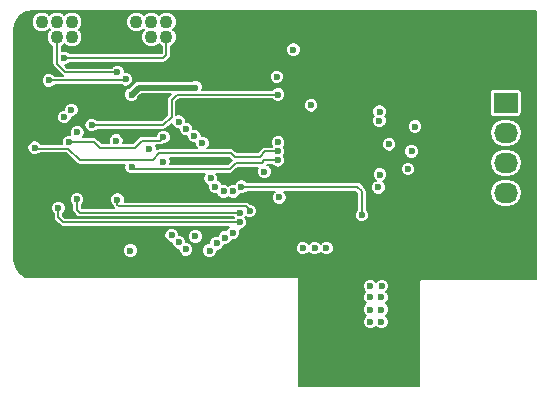
<source format=gbr>
G04 #@! TF.FileFunction,Copper,L3,Inr,Signal*
%FSLAX46Y46*%
G04 Gerber Fmt 4.6, Leading zero omitted, Abs format (unit mm)*
G04 Created by KiCad (PCBNEW 4.0.2+e4-6225~38~ubuntu14.04.1-stable) date Sat 23 Jul 2016 00:12:46 PDT*
%MOMM*%
G01*
G04 APERTURE LIST*
%ADD10C,0.100000*%
%ADD11C,0.600000*%
%ADD12R,2.032000X1.727200*%
%ADD13O,2.032000X1.727200*%
%ADD14C,1.100000*%
%ADD15C,0.500000*%
%ADD16C,0.200000*%
%ADD17C,0.150000*%
G04 APERTURE END LIST*
D10*
D11*
X152000000Y-83000000D03*
X152000000Y-81000000D03*
X153000000Y-84000000D03*
X151000000Y-84000000D03*
X153000000Y-82000000D03*
X151000000Y-82000000D03*
X153000000Y-80000000D03*
X151000000Y-80000000D03*
D12*
X167000000Y-78190000D03*
D13*
X167000000Y-80730000D03*
X167000000Y-83270000D03*
X167000000Y-85810000D03*
D11*
X143425000Y-83150000D03*
X144425000Y-82150000D03*
D14*
X138270000Y-72635000D03*
X138270000Y-71365000D03*
X137000000Y-72635000D03*
X137000000Y-71365000D03*
X135730000Y-72635000D03*
X135730000Y-71365000D03*
X130270000Y-72635000D03*
X130270000Y-71365000D03*
X129000000Y-72635000D03*
X129000000Y-71365000D03*
X127730000Y-72635000D03*
X127730000Y-71365000D03*
D11*
X129525000Y-82700000D03*
X135325000Y-77500000D03*
X140725000Y-76900000D03*
X138025000Y-83200000D03*
X149025000Y-73700000D03*
X151825000Y-90500000D03*
X150825000Y-90500000D03*
X149825000Y-90500000D03*
X142525000Y-90100000D03*
X142425000Y-85300000D03*
X141925000Y-90700000D03*
X142025000Y-84600000D03*
X143925000Y-89200000D03*
X143925000Y-85700000D03*
X143225000Y-89600000D03*
X143125000Y-85700000D03*
X156525000Y-93700000D03*
X155525000Y-93700000D03*
X155525000Y-94650000D03*
X155525000Y-95700000D03*
X155525000Y-96750000D03*
X156475000Y-96750000D03*
X156475000Y-94650000D03*
X156475000Y-95700000D03*
X135225000Y-90700000D03*
X156350000Y-84275000D03*
X156300000Y-79725000D03*
X139325000Y-90000000D03*
X139325000Y-79800000D03*
X139925000Y-90600000D03*
X139925000Y-80400000D03*
X138725000Y-89400000D03*
X141325000Y-81600000D03*
X156225000Y-85350000D03*
X156325000Y-78950000D03*
X147825000Y-86200000D03*
X159325000Y-80200000D03*
X157125000Y-81700000D03*
X159025000Y-82300000D03*
X158725000Y-83800000D03*
X144625000Y-85300000D03*
X154825000Y-87700000D03*
X150525000Y-78400000D03*
X147625000Y-76000000D03*
X146575000Y-84025000D03*
X129625000Y-74400000D03*
X129625000Y-79400000D03*
X138025000Y-81100000D03*
X130025000Y-81500000D03*
X136825000Y-82100000D03*
X134825000Y-76200000D03*
X128325000Y-76300000D03*
X147725000Y-83050000D03*
X135325000Y-83600000D03*
X147725000Y-82300000D03*
X127125000Y-82000000D03*
X147725000Y-77500000D03*
X147725000Y-81550000D03*
X131950000Y-80075000D03*
X140725000Y-89500000D03*
X140625000Y-81000000D03*
X144475000Y-88300000D03*
X129125000Y-87100000D03*
X130225000Y-78800000D03*
X134125000Y-86400000D03*
X145325000Y-87350000D03*
X134125000Y-75600000D03*
X134025000Y-81400000D03*
X144475000Y-87500000D03*
X130700000Y-86375000D03*
X130725000Y-80700000D03*
D15*
X140725000Y-76900000D02*
X135925000Y-76900000D01*
X135925000Y-76900000D02*
X135325000Y-77500000D01*
D16*
X144625000Y-85300000D02*
X154425000Y-85300000D01*
X154825000Y-85700000D02*
X154825000Y-87700000D01*
X154425000Y-85300000D02*
X154825000Y-85700000D01*
D17*
X135725000Y-74400000D02*
X138025000Y-74400000D01*
X135725000Y-74400000D02*
X129625000Y-74400000D01*
X138270000Y-74155000D02*
X138270000Y-72635000D01*
X138025000Y-74400000D02*
X138270000Y-74155000D01*
X132125000Y-81500000D02*
X132625000Y-82000000D01*
X132625000Y-82000000D02*
X135625000Y-82000000D01*
X135625000Y-82000000D02*
X136225000Y-81400000D01*
X136225000Y-81400000D02*
X137725000Y-81400000D01*
X137725000Y-81400000D02*
X138025000Y-81100000D01*
X130025000Y-81500000D02*
X132125000Y-81500000D01*
X134725000Y-76300000D02*
X134825000Y-76200000D01*
X128325000Y-76300000D02*
X134725000Y-76300000D01*
X147725000Y-83050000D02*
X146575000Y-83050000D01*
X135525000Y-83800000D02*
X135325000Y-83600000D01*
X143625000Y-83800000D02*
X135525000Y-83800000D01*
X144125000Y-83300000D02*
X143625000Y-83800000D01*
X146325000Y-83300000D02*
X144125000Y-83300000D01*
X146575000Y-83050000D02*
X146325000Y-83300000D01*
X147725000Y-82300000D02*
X146625000Y-82300000D01*
X127200000Y-82075000D02*
X127125000Y-82000000D01*
X129975000Y-82075000D02*
X127200000Y-82075000D01*
X130925000Y-83025000D02*
X129975000Y-82075000D01*
X137100000Y-83025000D02*
X130925000Y-83025000D01*
X137675000Y-82450000D02*
X137100000Y-83025000D01*
X143750000Y-82450000D02*
X137675000Y-82450000D01*
X144050000Y-82750000D02*
X143750000Y-82450000D01*
X146175000Y-82750000D02*
X144050000Y-82750000D01*
X146625000Y-82300000D02*
X146175000Y-82750000D01*
X131950000Y-80075000D02*
X138025000Y-80075000D01*
X139825000Y-77500000D02*
X147725000Y-77500000D01*
X139175000Y-77500000D02*
X139825000Y-77500000D01*
X138725000Y-77950000D02*
X139175000Y-77500000D01*
X138725000Y-79375000D02*
X138725000Y-77950000D01*
X138025000Y-80075000D02*
X138725000Y-79375000D01*
X144475000Y-88300000D02*
X129525000Y-88300000D01*
X129125000Y-87900000D02*
X129125000Y-87100000D01*
X129525000Y-88300000D02*
X129125000Y-87900000D01*
X145325000Y-87350000D02*
X145325000Y-87300000D01*
X134125000Y-86850000D02*
X134125000Y-86400000D01*
X134225000Y-86950000D02*
X134125000Y-86850000D01*
X144975000Y-86950000D02*
X134225000Y-86950000D01*
X145325000Y-87300000D02*
X144975000Y-86950000D01*
X134125000Y-75600000D02*
X129725000Y-75600000D01*
X129000000Y-74875000D02*
X129000000Y-72635000D01*
X129725000Y-75600000D02*
X129000000Y-74875000D01*
X144475000Y-87500000D02*
X130925000Y-87500000D01*
X130700000Y-87275000D02*
X130700000Y-86375000D01*
X130925000Y-87500000D02*
X130700000Y-87275000D01*
X130725000Y-86400000D02*
X130700000Y-86375000D01*
D16*
G36*
X169597716Y-70402284D02*
X169605000Y-70438903D01*
X169605000Y-93061097D01*
X169597716Y-93097716D01*
X169586234Y-93100000D01*
X159800000Y-93100000D01*
X159761094Y-93107879D01*
X159728319Y-93130273D01*
X159706839Y-93163654D01*
X159700000Y-93200000D01*
X159700000Y-102200000D01*
X149500000Y-102200000D01*
X149500000Y-93822785D01*
X154904892Y-93822785D01*
X154999083Y-94050743D01*
X155123187Y-94175064D01*
X154999696Y-94298339D01*
X154905107Y-94526133D01*
X154904892Y-94772785D01*
X154999083Y-95000743D01*
X155173187Y-95175151D01*
X154999696Y-95348339D01*
X154905107Y-95576133D01*
X154904892Y-95822785D01*
X154999083Y-96050743D01*
X155173187Y-96225151D01*
X154999696Y-96398339D01*
X154905107Y-96626133D01*
X154904892Y-96872785D01*
X154999083Y-97100743D01*
X155173339Y-97275304D01*
X155401133Y-97369893D01*
X155647785Y-97370108D01*
X155875743Y-97275917D01*
X156000064Y-97151813D01*
X156123339Y-97275304D01*
X156351133Y-97369893D01*
X156597785Y-97370108D01*
X156825743Y-97275917D01*
X157000304Y-97101661D01*
X157094893Y-96873867D01*
X157095108Y-96627215D01*
X157000917Y-96399257D01*
X156826813Y-96224849D01*
X157000304Y-96051661D01*
X157094893Y-95823867D01*
X157095108Y-95577215D01*
X157000917Y-95349257D01*
X156826813Y-95174849D01*
X157000304Y-95001661D01*
X157094893Y-94773867D01*
X157095108Y-94527215D01*
X157000917Y-94299257D01*
X156901770Y-94199936D01*
X157050304Y-94051661D01*
X157144893Y-93823867D01*
X157145108Y-93577215D01*
X157050917Y-93349257D01*
X156876661Y-93174696D01*
X156648867Y-93080107D01*
X156402215Y-93079892D01*
X156174257Y-93174083D01*
X156024892Y-93323187D01*
X155876661Y-93174696D01*
X155648867Y-93080107D01*
X155402215Y-93079892D01*
X155174257Y-93174083D01*
X154999696Y-93348339D01*
X154905107Y-93576133D01*
X154904892Y-93822785D01*
X149500000Y-93822785D01*
X149500000Y-93000000D01*
X149492121Y-92961094D01*
X149469727Y-92928319D01*
X149436346Y-92906839D01*
X149400000Y-92900000D01*
X126275496Y-92900000D01*
X125870565Y-92629435D01*
X125524323Y-92111245D01*
X125395000Y-91461096D01*
X125395000Y-90822785D01*
X134604892Y-90822785D01*
X134699083Y-91050743D01*
X134873339Y-91225304D01*
X135101133Y-91319893D01*
X135347785Y-91320108D01*
X135575743Y-91225917D01*
X135750304Y-91051661D01*
X135844893Y-90823867D01*
X135845108Y-90577215D01*
X135750917Y-90349257D01*
X135576661Y-90174696D01*
X135348867Y-90080107D01*
X135102215Y-90079892D01*
X134874257Y-90174083D01*
X134699696Y-90348339D01*
X134605107Y-90576133D01*
X134604892Y-90822785D01*
X125395000Y-90822785D01*
X125395000Y-89522785D01*
X138104892Y-89522785D01*
X138199083Y-89750743D01*
X138373339Y-89925304D01*
X138601133Y-90019893D01*
X138704982Y-90019984D01*
X138704892Y-90122785D01*
X138799083Y-90350743D01*
X138973339Y-90525304D01*
X139201133Y-90619893D01*
X139304982Y-90619984D01*
X139304892Y-90722785D01*
X139399083Y-90950743D01*
X139573339Y-91125304D01*
X139801133Y-91219893D01*
X140047785Y-91220108D01*
X140275743Y-91125917D01*
X140450304Y-90951661D01*
X140544893Y-90723867D01*
X140545108Y-90477215D01*
X140450917Y-90249257D01*
X140276661Y-90074696D01*
X140048867Y-89980107D01*
X139945018Y-89980016D01*
X139945108Y-89877215D01*
X139850917Y-89649257D01*
X139824492Y-89622785D01*
X140104892Y-89622785D01*
X140199083Y-89850743D01*
X140373339Y-90025304D01*
X140601133Y-90119893D01*
X140847785Y-90120108D01*
X141075743Y-90025917D01*
X141250304Y-89851661D01*
X141344893Y-89623867D01*
X141345108Y-89377215D01*
X141250917Y-89149257D01*
X141076661Y-88974696D01*
X140848867Y-88880107D01*
X140602215Y-88879892D01*
X140374257Y-88974083D01*
X140199696Y-89148339D01*
X140105107Y-89376133D01*
X140104892Y-89622785D01*
X139824492Y-89622785D01*
X139676661Y-89474696D01*
X139448867Y-89380107D01*
X139345018Y-89380016D01*
X139345108Y-89277215D01*
X139250917Y-89049257D01*
X139076661Y-88874696D01*
X138848867Y-88780107D01*
X138602215Y-88779892D01*
X138374257Y-88874083D01*
X138199696Y-89048339D01*
X138105107Y-89276133D01*
X138104892Y-89522785D01*
X125395000Y-89522785D01*
X125395000Y-87222785D01*
X128504892Y-87222785D01*
X128599083Y-87450743D01*
X128730000Y-87581889D01*
X128730000Y-87900000D01*
X128760068Y-88051160D01*
X128845693Y-88179307D01*
X129245693Y-88579307D01*
X129373840Y-88664932D01*
X129525000Y-88695000D01*
X143553303Y-88695000D01*
X143399696Y-88848339D01*
X143344982Y-88980104D01*
X143102215Y-88979892D01*
X142874257Y-89074083D01*
X142699696Y-89248339D01*
X142605107Y-89476133D01*
X142605104Y-89480069D01*
X142402215Y-89479892D01*
X142174257Y-89574083D01*
X141999696Y-89748339D01*
X141905107Y-89976133D01*
X141905016Y-90079982D01*
X141802215Y-90079892D01*
X141574257Y-90174083D01*
X141399696Y-90348339D01*
X141305107Y-90576133D01*
X141304892Y-90822785D01*
X141399083Y-91050743D01*
X141573339Y-91225304D01*
X141801133Y-91319893D01*
X142047785Y-91320108D01*
X142275743Y-91225917D01*
X142450304Y-91051661D01*
X142544893Y-90823867D01*
X142544984Y-90720018D01*
X142647785Y-90720108D01*
X142875743Y-90625917D01*
X142878880Y-90622785D01*
X149204892Y-90622785D01*
X149299083Y-90850743D01*
X149473339Y-91025304D01*
X149701133Y-91119893D01*
X149947785Y-91120108D01*
X150175743Y-91025917D01*
X150325108Y-90876813D01*
X150473339Y-91025304D01*
X150701133Y-91119893D01*
X150947785Y-91120108D01*
X151175743Y-91025917D01*
X151325108Y-90876813D01*
X151473339Y-91025304D01*
X151701133Y-91119893D01*
X151947785Y-91120108D01*
X152175743Y-91025917D01*
X152350304Y-90851661D01*
X152444893Y-90623867D01*
X152445108Y-90377215D01*
X152350917Y-90149257D01*
X152176661Y-89974696D01*
X151948867Y-89880107D01*
X151702215Y-89879892D01*
X151474257Y-89974083D01*
X151324892Y-90123187D01*
X151176661Y-89974696D01*
X150948867Y-89880107D01*
X150702215Y-89879892D01*
X150474257Y-89974083D01*
X150324892Y-90123187D01*
X150176661Y-89974696D01*
X149948867Y-89880107D01*
X149702215Y-89879892D01*
X149474257Y-89974083D01*
X149299696Y-90148339D01*
X149205107Y-90376133D01*
X149204892Y-90622785D01*
X142878880Y-90622785D01*
X143050304Y-90451661D01*
X143144893Y-90223867D01*
X143144896Y-90219931D01*
X143347785Y-90220108D01*
X143575743Y-90125917D01*
X143750304Y-89951661D01*
X143805018Y-89819896D01*
X144047785Y-89820108D01*
X144275743Y-89725917D01*
X144450304Y-89551661D01*
X144544893Y-89323867D01*
X144545108Y-89077215D01*
X144480150Y-88920005D01*
X144597785Y-88920108D01*
X144825743Y-88825917D01*
X145000304Y-88651661D01*
X145094893Y-88423867D01*
X145095108Y-88177215D01*
X145000917Y-87949257D01*
X144951813Y-87900067D01*
X144975656Y-87876266D01*
X145201133Y-87969893D01*
X145447785Y-87970108D01*
X145675743Y-87875917D01*
X145850304Y-87701661D01*
X145944893Y-87473867D01*
X145945108Y-87227215D01*
X145850917Y-86999257D01*
X145676661Y-86824696D01*
X145448867Y-86730107D01*
X145313603Y-86729989D01*
X145254307Y-86670693D01*
X145126160Y-86585068D01*
X144975000Y-86555000D01*
X134731965Y-86555000D01*
X134744893Y-86523867D01*
X134745108Y-86277215D01*
X134650917Y-86049257D01*
X134476661Y-85874696D01*
X134248867Y-85780107D01*
X134002215Y-85779892D01*
X133774257Y-85874083D01*
X133599696Y-86048339D01*
X133505107Y-86276133D01*
X133504892Y-86522785D01*
X133599083Y-86750743D01*
X133737922Y-86889825D01*
X133760068Y-87001160D01*
X133829452Y-87105000D01*
X131095000Y-87105000D01*
X131095000Y-86856737D01*
X131225304Y-86726661D01*
X131319893Y-86498867D01*
X131320108Y-86252215D01*
X131225917Y-86024257D01*
X131051661Y-85849696D01*
X130823867Y-85755107D01*
X130577215Y-85754892D01*
X130349257Y-85849083D01*
X130174696Y-86023339D01*
X130080107Y-86251133D01*
X130079892Y-86497785D01*
X130174083Y-86725743D01*
X130305000Y-86856889D01*
X130305000Y-87275000D01*
X130335068Y-87426160D01*
X130420693Y-87554307D01*
X130645693Y-87779307D01*
X130773840Y-87864932D01*
X130925000Y-87895000D01*
X143993263Y-87895000D01*
X143998187Y-87899933D01*
X143993111Y-87905000D01*
X129688614Y-87905000D01*
X129520000Y-87736386D01*
X129520000Y-87581737D01*
X129650304Y-87451661D01*
X129744893Y-87223867D01*
X129745108Y-86977215D01*
X129650917Y-86749257D01*
X129476661Y-86574696D01*
X129248867Y-86480107D01*
X129002215Y-86479892D01*
X128774257Y-86574083D01*
X128599696Y-86748339D01*
X128505107Y-86976133D01*
X128504892Y-87222785D01*
X125395000Y-87222785D01*
X125395000Y-82122785D01*
X126504892Y-82122785D01*
X126599083Y-82350743D01*
X126773339Y-82525304D01*
X127001133Y-82619893D01*
X127247785Y-82620108D01*
X127475743Y-82525917D01*
X127531758Y-82470000D01*
X129811386Y-82470000D01*
X130645693Y-83304307D01*
X130773840Y-83389932D01*
X130925000Y-83420000D01*
X134728416Y-83420000D01*
X134705107Y-83476133D01*
X134704892Y-83722785D01*
X134799083Y-83950743D01*
X134973339Y-84125304D01*
X135201133Y-84219893D01*
X135447785Y-84220108D01*
X135513896Y-84192791D01*
X135525000Y-84195000D01*
X141553128Y-84195000D01*
X141499696Y-84248339D01*
X141405107Y-84476133D01*
X141404892Y-84722785D01*
X141499083Y-84950743D01*
X141673339Y-85125304D01*
X141805104Y-85180018D01*
X141804892Y-85422785D01*
X141899083Y-85650743D01*
X142073339Y-85825304D01*
X142301133Y-85919893D01*
X142545104Y-85920106D01*
X142599083Y-86050743D01*
X142773339Y-86225304D01*
X143001133Y-86319893D01*
X143247785Y-86320108D01*
X143475743Y-86225917D01*
X143524933Y-86176813D01*
X143573339Y-86225304D01*
X143801133Y-86319893D01*
X144047785Y-86320108D01*
X144275743Y-86225917D01*
X144450304Y-86051661D01*
X144505018Y-85919896D01*
X144747785Y-85920108D01*
X144975743Y-85825917D01*
X145081845Y-85720000D01*
X147428260Y-85720000D01*
X147299696Y-85848339D01*
X147205107Y-86076133D01*
X147204892Y-86322785D01*
X147299083Y-86550743D01*
X147473339Y-86725304D01*
X147701133Y-86819893D01*
X147947785Y-86820108D01*
X148175743Y-86725917D01*
X148350304Y-86551661D01*
X148444893Y-86323867D01*
X148445108Y-86077215D01*
X148350917Y-85849257D01*
X148221886Y-85720000D01*
X154251030Y-85720000D01*
X154405000Y-85873970D01*
X154405000Y-87243219D01*
X154299696Y-87348339D01*
X154205107Y-87576133D01*
X154204892Y-87822785D01*
X154299083Y-88050743D01*
X154473339Y-88225304D01*
X154701133Y-88319893D01*
X154947785Y-88320108D01*
X155175743Y-88225917D01*
X155350304Y-88051661D01*
X155444893Y-87823867D01*
X155445108Y-87577215D01*
X155350917Y-87349257D01*
X155245000Y-87243155D01*
X155245000Y-85700000D01*
X155213029Y-85539273D01*
X155168604Y-85472785D01*
X155604892Y-85472785D01*
X155699083Y-85700743D01*
X155873339Y-85875304D01*
X156101133Y-85969893D01*
X156347785Y-85970108D01*
X156575743Y-85875917D01*
X156641775Y-85810000D01*
X165637826Y-85810000D01*
X165727922Y-86262944D01*
X165984494Y-86646932D01*
X166368482Y-86903504D01*
X166821426Y-86993600D01*
X167178574Y-86993600D01*
X167631518Y-86903504D01*
X168015506Y-86646932D01*
X168272078Y-86262944D01*
X168362174Y-85810000D01*
X168272078Y-85357056D01*
X168015506Y-84973068D01*
X167631518Y-84716496D01*
X167178574Y-84626400D01*
X166821426Y-84626400D01*
X166368482Y-84716496D01*
X165984494Y-84973068D01*
X165727922Y-85357056D01*
X165637826Y-85810000D01*
X156641775Y-85810000D01*
X156750304Y-85701661D01*
X156844893Y-85473867D01*
X156845108Y-85227215D01*
X156750917Y-84999257D01*
X156596090Y-84844159D01*
X156700743Y-84800917D01*
X156875304Y-84626661D01*
X156969893Y-84398867D01*
X156970108Y-84152215D01*
X156875917Y-83924257D01*
X156874448Y-83922785D01*
X158104892Y-83922785D01*
X158199083Y-84150743D01*
X158373339Y-84325304D01*
X158601133Y-84419893D01*
X158847785Y-84420108D01*
X159075743Y-84325917D01*
X159250304Y-84151661D01*
X159344893Y-83923867D01*
X159345108Y-83677215D01*
X159250917Y-83449257D01*
X159076661Y-83274696D01*
X159065352Y-83270000D01*
X165637826Y-83270000D01*
X165727922Y-83722944D01*
X165984494Y-84106932D01*
X166368482Y-84363504D01*
X166821426Y-84453600D01*
X167178574Y-84453600D01*
X167631518Y-84363504D01*
X168015506Y-84106932D01*
X168272078Y-83722944D01*
X168362174Y-83270000D01*
X168272078Y-82817056D01*
X168015506Y-82433068D01*
X167631518Y-82176496D01*
X167178574Y-82086400D01*
X166821426Y-82086400D01*
X166368482Y-82176496D01*
X165984494Y-82433068D01*
X165727922Y-82817056D01*
X165637826Y-83270000D01*
X159065352Y-83270000D01*
X158848867Y-83180107D01*
X158602215Y-83179892D01*
X158374257Y-83274083D01*
X158199696Y-83448339D01*
X158105107Y-83676133D01*
X158104892Y-83922785D01*
X156874448Y-83922785D01*
X156701661Y-83749696D01*
X156473867Y-83655107D01*
X156227215Y-83654892D01*
X155999257Y-83749083D01*
X155824696Y-83923339D01*
X155730107Y-84151133D01*
X155729892Y-84397785D01*
X155824083Y-84625743D01*
X155978910Y-84780841D01*
X155874257Y-84824083D01*
X155699696Y-84998339D01*
X155605107Y-85226133D01*
X155604892Y-85472785D01*
X155168604Y-85472785D01*
X155121985Y-85403015D01*
X154721985Y-85003015D01*
X154585727Y-84911971D01*
X154425000Y-84880000D01*
X145081781Y-84880000D01*
X144976661Y-84774696D01*
X144748867Y-84680107D01*
X144502215Y-84679892D01*
X144274257Y-84774083D01*
X144099696Y-84948339D01*
X144044982Y-85080104D01*
X143802215Y-85079892D01*
X143574257Y-85174083D01*
X143525067Y-85223187D01*
X143476661Y-85174696D01*
X143248867Y-85080107D01*
X143004896Y-85079894D01*
X142950917Y-84949257D01*
X142776661Y-84774696D01*
X142644896Y-84719982D01*
X142645108Y-84477215D01*
X142550917Y-84249257D01*
X142496755Y-84195000D01*
X143625000Y-84195000D01*
X143776160Y-84164932D01*
X143904307Y-84079307D01*
X144288614Y-83695000D01*
X146040702Y-83695000D01*
X145955107Y-83901133D01*
X145954892Y-84147785D01*
X146049083Y-84375743D01*
X146223339Y-84550304D01*
X146451133Y-84644893D01*
X146697785Y-84645108D01*
X146925743Y-84550917D01*
X147100304Y-84376661D01*
X147194893Y-84148867D01*
X147195108Y-83902215D01*
X147100917Y-83674257D01*
X146926661Y-83499696D01*
X146794939Y-83445000D01*
X147243263Y-83445000D01*
X147373339Y-83575304D01*
X147601133Y-83669893D01*
X147847785Y-83670108D01*
X148075743Y-83575917D01*
X148250304Y-83401661D01*
X148344893Y-83173867D01*
X148345108Y-82927215D01*
X148250917Y-82699257D01*
X148226813Y-82675111D01*
X148250304Y-82651661D01*
X148344893Y-82423867D01*
X148344893Y-82422785D01*
X158404892Y-82422785D01*
X158499083Y-82650743D01*
X158673339Y-82825304D01*
X158901133Y-82919893D01*
X159147785Y-82920108D01*
X159375743Y-82825917D01*
X159550304Y-82651661D01*
X159644893Y-82423867D01*
X159645108Y-82177215D01*
X159550917Y-81949257D01*
X159376661Y-81774696D01*
X159148867Y-81680107D01*
X158902215Y-81679892D01*
X158674257Y-81774083D01*
X158499696Y-81948339D01*
X158405107Y-82176133D01*
X158404892Y-82422785D01*
X148344893Y-82422785D01*
X148345108Y-82177215D01*
X148250917Y-81949257D01*
X148226813Y-81925111D01*
X148250304Y-81901661D01*
X148283056Y-81822785D01*
X156504892Y-81822785D01*
X156599083Y-82050743D01*
X156773339Y-82225304D01*
X157001133Y-82319893D01*
X157247785Y-82320108D01*
X157475743Y-82225917D01*
X157650304Y-82051661D01*
X157744893Y-81823867D01*
X157745108Y-81577215D01*
X157650917Y-81349257D01*
X157476661Y-81174696D01*
X157248867Y-81080107D01*
X157002215Y-81079892D01*
X156774257Y-81174083D01*
X156599696Y-81348339D01*
X156505107Y-81576133D01*
X156504892Y-81822785D01*
X148283056Y-81822785D01*
X148344893Y-81673867D01*
X148345108Y-81427215D01*
X148250917Y-81199257D01*
X148076661Y-81024696D01*
X147848867Y-80930107D01*
X147602215Y-80929892D01*
X147374257Y-81024083D01*
X147199696Y-81198339D01*
X147105107Y-81426133D01*
X147104892Y-81672785D01*
X147199083Y-81900743D01*
X147203333Y-81905000D01*
X146625000Y-81905000D01*
X146473840Y-81935068D01*
X146345693Y-82020693D01*
X146011386Y-82355000D01*
X144213614Y-82355000D01*
X144029307Y-82170693D01*
X143901160Y-82085068D01*
X143750000Y-82055000D01*
X141746784Y-82055000D01*
X141850304Y-81951661D01*
X141944893Y-81723867D01*
X141945108Y-81477215D01*
X141850917Y-81249257D01*
X141676661Y-81074696D01*
X141448867Y-80980107D01*
X141245018Y-80979929D01*
X141245108Y-80877215D01*
X141150917Y-80649257D01*
X140976661Y-80474696D01*
X140748867Y-80380107D01*
X140545018Y-80379929D01*
X140545108Y-80277215D01*
X140450917Y-80049257D01*
X140276661Y-79874696D01*
X140211853Y-79847785D01*
X155679892Y-79847785D01*
X155774083Y-80075743D01*
X155948339Y-80250304D01*
X156176133Y-80344893D01*
X156422785Y-80345108D01*
X156476810Y-80322785D01*
X158704892Y-80322785D01*
X158799083Y-80550743D01*
X158973339Y-80725304D01*
X159201133Y-80819893D01*
X159447785Y-80820108D01*
X159665861Y-80730000D01*
X165637826Y-80730000D01*
X165727922Y-81182944D01*
X165984494Y-81566932D01*
X166368482Y-81823504D01*
X166821426Y-81913600D01*
X167178574Y-81913600D01*
X167631518Y-81823504D01*
X168015506Y-81566932D01*
X168272078Y-81182944D01*
X168362174Y-80730000D01*
X168272078Y-80277056D01*
X168015506Y-79893068D01*
X167631518Y-79636496D01*
X167178574Y-79546400D01*
X166821426Y-79546400D01*
X166368482Y-79636496D01*
X165984494Y-79893068D01*
X165727922Y-80277056D01*
X165637826Y-80730000D01*
X159665861Y-80730000D01*
X159675743Y-80725917D01*
X159850304Y-80551661D01*
X159944893Y-80323867D01*
X159945108Y-80077215D01*
X159850917Y-79849257D01*
X159676661Y-79674696D01*
X159448867Y-79580107D01*
X159202215Y-79579892D01*
X158974257Y-79674083D01*
X158799696Y-79848339D01*
X158705107Y-80076133D01*
X158704892Y-80322785D01*
X156476810Y-80322785D01*
X156650743Y-80250917D01*
X156825304Y-80076661D01*
X156919893Y-79848867D01*
X156920108Y-79602215D01*
X156825917Y-79374257D01*
X156801791Y-79350089D01*
X156850304Y-79301661D01*
X156944893Y-79073867D01*
X156945108Y-78827215D01*
X156850917Y-78599257D01*
X156676661Y-78424696D01*
X156448867Y-78330107D01*
X156202215Y-78329892D01*
X155974257Y-78424083D01*
X155799696Y-78598339D01*
X155705107Y-78826133D01*
X155704892Y-79072785D01*
X155799083Y-79300743D01*
X155823209Y-79324911D01*
X155774696Y-79373339D01*
X155680107Y-79601133D01*
X155679892Y-79847785D01*
X140211853Y-79847785D01*
X140048867Y-79780107D01*
X139945018Y-79780016D01*
X139945108Y-79677215D01*
X139850917Y-79449257D01*
X139676661Y-79274696D01*
X139448867Y-79180107D01*
X139202215Y-79179892D01*
X139120000Y-79213863D01*
X139120000Y-78522785D01*
X149904892Y-78522785D01*
X149999083Y-78750743D01*
X150173339Y-78925304D01*
X150401133Y-79019893D01*
X150647785Y-79020108D01*
X150875743Y-78925917D01*
X151050304Y-78751661D01*
X151144893Y-78523867D01*
X151145108Y-78277215D01*
X151050917Y-78049257D01*
X150876661Y-77874696D01*
X150648867Y-77780107D01*
X150402215Y-77779892D01*
X150174257Y-77874083D01*
X149999696Y-78048339D01*
X149905107Y-78276133D01*
X149904892Y-78522785D01*
X139120000Y-78522785D01*
X139120000Y-78113614D01*
X139338614Y-77895000D01*
X147243263Y-77895000D01*
X147373339Y-78025304D01*
X147601133Y-78119893D01*
X147847785Y-78120108D01*
X148075743Y-78025917D01*
X148250304Y-77851661D01*
X148344893Y-77623867D01*
X148345108Y-77377215D01*
X148324112Y-77326400D01*
X165657731Y-77326400D01*
X165657731Y-79053600D01*
X165680044Y-79172185D01*
X165750128Y-79281098D01*
X165857063Y-79354164D01*
X165984000Y-79379869D01*
X168016000Y-79379869D01*
X168134585Y-79357556D01*
X168243498Y-79287472D01*
X168316564Y-79180537D01*
X168342269Y-79053600D01*
X168342269Y-77326400D01*
X168319956Y-77207815D01*
X168249872Y-77098902D01*
X168142937Y-77025836D01*
X168016000Y-77000131D01*
X165984000Y-77000131D01*
X165865415Y-77022444D01*
X165756502Y-77092528D01*
X165683436Y-77199463D01*
X165657731Y-77326400D01*
X148324112Y-77326400D01*
X148250917Y-77149257D01*
X148076661Y-76974696D01*
X147848867Y-76880107D01*
X147602215Y-76879892D01*
X147374257Y-76974083D01*
X147243111Y-77105000D01*
X141311203Y-77105000D01*
X141344893Y-77023867D01*
X141345108Y-76777215D01*
X141250917Y-76549257D01*
X141076661Y-76374696D01*
X140848867Y-76280107D01*
X140602215Y-76279892D01*
X140480945Y-76330000D01*
X135925000Y-76330000D01*
X135706870Y-76373389D01*
X135548352Y-76479307D01*
X135521949Y-76496949D01*
X135094498Y-76924400D01*
X134974257Y-76974083D01*
X134799696Y-77148339D01*
X134705107Y-77376133D01*
X134704892Y-77622785D01*
X134799083Y-77850743D01*
X134973339Y-78025304D01*
X135201133Y-78119893D01*
X135447785Y-78120108D01*
X135675743Y-78025917D01*
X135850304Y-77851661D01*
X135900624Y-77730478D01*
X136161102Y-77470000D01*
X138646386Y-77470000D01*
X138445693Y-77670693D01*
X138360068Y-77798840D01*
X138330000Y-77950000D01*
X138330000Y-79211385D01*
X137861386Y-79680000D01*
X132431737Y-79680000D01*
X132301661Y-79549696D01*
X132073867Y-79455107D01*
X131827215Y-79454892D01*
X131599257Y-79549083D01*
X131424696Y-79723339D01*
X131330107Y-79951133D01*
X131329892Y-80197785D01*
X131424083Y-80425743D01*
X131598339Y-80600304D01*
X131826133Y-80694893D01*
X132072785Y-80695108D01*
X132300743Y-80600917D01*
X132431889Y-80470000D01*
X138025000Y-80470000D01*
X138176160Y-80439932D01*
X138304307Y-80354307D01*
X138713938Y-79944677D01*
X138799083Y-80150743D01*
X138973339Y-80325304D01*
X139201133Y-80419893D01*
X139304982Y-80419984D01*
X139304892Y-80522785D01*
X139399083Y-80750743D01*
X139573339Y-80925304D01*
X139801133Y-81019893D01*
X140004982Y-81020071D01*
X140004892Y-81122785D01*
X140099083Y-81350743D01*
X140273339Y-81525304D01*
X140501133Y-81619893D01*
X140704982Y-81620071D01*
X140704892Y-81722785D01*
X140799083Y-81950743D01*
X140903158Y-82055000D01*
X137675000Y-82055000D01*
X137523840Y-82085068D01*
X137444968Y-82137768D01*
X137445108Y-81977215D01*
X137369818Y-81795000D01*
X137725000Y-81795000D01*
X137876160Y-81764932D01*
X137943510Y-81719930D01*
X138147785Y-81720108D01*
X138375743Y-81625917D01*
X138550304Y-81451661D01*
X138644893Y-81223867D01*
X138645108Y-80977215D01*
X138550917Y-80749257D01*
X138376661Y-80574696D01*
X138148867Y-80480107D01*
X137902215Y-80479892D01*
X137674257Y-80574083D01*
X137499696Y-80748339D01*
X137405107Y-80976133D01*
X137405082Y-81005000D01*
X136225000Y-81005000D01*
X136073840Y-81035068D01*
X135945693Y-81120693D01*
X135461386Y-81605000D01*
X134611203Y-81605000D01*
X134644893Y-81523867D01*
X134645108Y-81277215D01*
X134550917Y-81049257D01*
X134376661Y-80874696D01*
X134148867Y-80780107D01*
X133902215Y-80779892D01*
X133674257Y-80874083D01*
X133499696Y-81048339D01*
X133405107Y-81276133D01*
X133404892Y-81522785D01*
X133438863Y-81605000D01*
X132788614Y-81605000D01*
X132404307Y-81220693D01*
X132276160Y-81135068D01*
X132125000Y-81105000D01*
X131196872Y-81105000D01*
X131250304Y-81051661D01*
X131344893Y-80823867D01*
X131345108Y-80577215D01*
X131250917Y-80349257D01*
X131076661Y-80174696D01*
X130848867Y-80080107D01*
X130602215Y-80079892D01*
X130374257Y-80174083D01*
X130199696Y-80348339D01*
X130105107Y-80576133D01*
X130104892Y-80822785D01*
X130128570Y-80880089D01*
X129902215Y-80879892D01*
X129674257Y-80974083D01*
X129499696Y-81148339D01*
X129405107Y-81376133D01*
X129404892Y-81622785D01*
X129428533Y-81680000D01*
X127663620Y-81680000D01*
X127650917Y-81649257D01*
X127476661Y-81474696D01*
X127248867Y-81380107D01*
X127002215Y-81379892D01*
X126774257Y-81474083D01*
X126599696Y-81648339D01*
X126505107Y-81876133D01*
X126504892Y-82122785D01*
X125395000Y-82122785D01*
X125395000Y-79522785D01*
X129004892Y-79522785D01*
X129099083Y-79750743D01*
X129273339Y-79925304D01*
X129501133Y-80019893D01*
X129747785Y-80020108D01*
X129975743Y-79925917D01*
X130150304Y-79751661D01*
X130244893Y-79523867D01*
X130244984Y-79420018D01*
X130347785Y-79420108D01*
X130575743Y-79325917D01*
X130750304Y-79151661D01*
X130844893Y-78923867D01*
X130845108Y-78677215D01*
X130750917Y-78449257D01*
X130576661Y-78274696D01*
X130348867Y-78180107D01*
X130102215Y-78179892D01*
X129874257Y-78274083D01*
X129699696Y-78448339D01*
X129605107Y-78676133D01*
X129605016Y-78779982D01*
X129502215Y-78779892D01*
X129274257Y-78874083D01*
X129099696Y-79048339D01*
X129005107Y-79276133D01*
X129004892Y-79522785D01*
X125395000Y-79522785D01*
X125395000Y-72038904D01*
X125494776Y-71537294D01*
X126859850Y-71537294D01*
X126992020Y-71857171D01*
X127236541Y-72102120D01*
X127556187Y-72234848D01*
X127902294Y-72235150D01*
X128222171Y-72102980D01*
X128365035Y-71960366D01*
X128404634Y-72000035D01*
X128262880Y-72141541D01*
X128130152Y-72461187D01*
X128129850Y-72807294D01*
X128262020Y-73127171D01*
X128506541Y-73372120D01*
X128605000Y-73413004D01*
X128605000Y-74875000D01*
X128635068Y-75026160D01*
X128720693Y-75154307D01*
X129445693Y-75879307D01*
X129484145Y-75905000D01*
X128806737Y-75905000D01*
X128676661Y-75774696D01*
X128448867Y-75680107D01*
X128202215Y-75679892D01*
X127974257Y-75774083D01*
X127799696Y-75948339D01*
X127705107Y-76176133D01*
X127704892Y-76422785D01*
X127799083Y-76650743D01*
X127973339Y-76825304D01*
X128201133Y-76919893D01*
X128447785Y-76920108D01*
X128675743Y-76825917D01*
X128806889Y-76695000D01*
X134443088Y-76695000D01*
X134473339Y-76725304D01*
X134701133Y-76819893D01*
X134947785Y-76820108D01*
X135175743Y-76725917D01*
X135350304Y-76551661D01*
X135444893Y-76323867D01*
X135445068Y-76122785D01*
X147004892Y-76122785D01*
X147099083Y-76350743D01*
X147273339Y-76525304D01*
X147501133Y-76619893D01*
X147747785Y-76620108D01*
X147975743Y-76525917D01*
X148150304Y-76351661D01*
X148244893Y-76123867D01*
X148245108Y-75877215D01*
X148150917Y-75649257D01*
X147976661Y-75474696D01*
X147748867Y-75380107D01*
X147502215Y-75379892D01*
X147274257Y-75474083D01*
X147099696Y-75648339D01*
X147005107Y-75876133D01*
X147004892Y-76122785D01*
X135445068Y-76122785D01*
X135445108Y-76077215D01*
X135350917Y-75849257D01*
X135176661Y-75674696D01*
X134948867Y-75580107D01*
X134745018Y-75579929D01*
X134745108Y-75477215D01*
X134650917Y-75249257D01*
X134476661Y-75074696D01*
X134248867Y-74980107D01*
X134002215Y-74979892D01*
X133774257Y-75074083D01*
X133643111Y-75205000D01*
X129888614Y-75205000D01*
X129703684Y-75020070D01*
X129747785Y-75020108D01*
X129975743Y-74925917D01*
X130106889Y-74795000D01*
X138025000Y-74795000D01*
X138176160Y-74764932D01*
X138304307Y-74679307D01*
X138549307Y-74434307D01*
X138634932Y-74306160D01*
X138665000Y-74155000D01*
X138665000Y-73822785D01*
X148404892Y-73822785D01*
X148499083Y-74050743D01*
X148673339Y-74225304D01*
X148901133Y-74319893D01*
X149147785Y-74320108D01*
X149375743Y-74225917D01*
X149550304Y-74051661D01*
X149644893Y-73823867D01*
X149645108Y-73577215D01*
X149550917Y-73349257D01*
X149376661Y-73174696D01*
X149148867Y-73080107D01*
X148902215Y-73079892D01*
X148674257Y-73174083D01*
X148499696Y-73348339D01*
X148405107Y-73576133D01*
X148404892Y-73822785D01*
X138665000Y-73822785D01*
X138665000Y-73413130D01*
X138762171Y-73372980D01*
X139007120Y-73128459D01*
X139139848Y-72808813D01*
X139140150Y-72462706D01*
X139007980Y-72142829D01*
X138865366Y-71999965D01*
X139007120Y-71858459D01*
X139139848Y-71538813D01*
X139140150Y-71192706D01*
X139007980Y-70872829D01*
X138763459Y-70627880D01*
X138443813Y-70495152D01*
X138097706Y-70494850D01*
X137777829Y-70627020D01*
X137634965Y-70769634D01*
X137493459Y-70627880D01*
X137173813Y-70495152D01*
X136827706Y-70494850D01*
X136507829Y-70627020D01*
X136364965Y-70769634D01*
X136223459Y-70627880D01*
X135903813Y-70495152D01*
X135557706Y-70494850D01*
X135237829Y-70627020D01*
X134992880Y-70871541D01*
X134860152Y-71191187D01*
X134859850Y-71537294D01*
X134992020Y-71857171D01*
X135236541Y-72102120D01*
X135556187Y-72234848D01*
X135902294Y-72235150D01*
X136222171Y-72102980D01*
X136365035Y-71960366D01*
X136404634Y-72000035D01*
X136262880Y-72141541D01*
X136130152Y-72461187D01*
X136129850Y-72807294D01*
X136262020Y-73127171D01*
X136506541Y-73372120D01*
X136826187Y-73504848D01*
X137172294Y-73505150D01*
X137492171Y-73372980D01*
X137635035Y-73230366D01*
X137776541Y-73372120D01*
X137875000Y-73413004D01*
X137875000Y-73991386D01*
X137861386Y-74005000D01*
X130106737Y-74005000D01*
X129976661Y-73874696D01*
X129748867Y-73780107D01*
X129502215Y-73779892D01*
X129395000Y-73824193D01*
X129395000Y-73413130D01*
X129492171Y-73372980D01*
X129635035Y-73230366D01*
X129776541Y-73372120D01*
X130096187Y-73504848D01*
X130442294Y-73505150D01*
X130762171Y-73372980D01*
X131007120Y-73128459D01*
X131139848Y-72808813D01*
X131140150Y-72462706D01*
X131007980Y-72142829D01*
X130865366Y-71999965D01*
X131007120Y-71858459D01*
X131139848Y-71538813D01*
X131140150Y-71192706D01*
X131007980Y-70872829D01*
X130763459Y-70627880D01*
X130443813Y-70495152D01*
X130097706Y-70494850D01*
X129777829Y-70627020D01*
X129634965Y-70769634D01*
X129493459Y-70627880D01*
X129173813Y-70495152D01*
X128827706Y-70494850D01*
X128507829Y-70627020D01*
X128364965Y-70769634D01*
X128223459Y-70627880D01*
X127903813Y-70495152D01*
X127557706Y-70494850D01*
X127237829Y-70627020D01*
X126992880Y-70871541D01*
X126860152Y-71191187D01*
X126859850Y-71537294D01*
X125494776Y-71537294D01*
X125524323Y-71388755D01*
X125870565Y-70870565D01*
X126388755Y-70524323D01*
X127038903Y-70395000D01*
X169561098Y-70395000D01*
X169597716Y-70402284D01*
X169597716Y-70402284D01*
G37*
X169597716Y-70402284D02*
X169605000Y-70438903D01*
X169605000Y-93061097D01*
X169597716Y-93097716D01*
X169586234Y-93100000D01*
X159800000Y-93100000D01*
X159761094Y-93107879D01*
X159728319Y-93130273D01*
X159706839Y-93163654D01*
X159700000Y-93200000D01*
X159700000Y-102200000D01*
X149500000Y-102200000D01*
X149500000Y-93822785D01*
X154904892Y-93822785D01*
X154999083Y-94050743D01*
X155123187Y-94175064D01*
X154999696Y-94298339D01*
X154905107Y-94526133D01*
X154904892Y-94772785D01*
X154999083Y-95000743D01*
X155173187Y-95175151D01*
X154999696Y-95348339D01*
X154905107Y-95576133D01*
X154904892Y-95822785D01*
X154999083Y-96050743D01*
X155173187Y-96225151D01*
X154999696Y-96398339D01*
X154905107Y-96626133D01*
X154904892Y-96872785D01*
X154999083Y-97100743D01*
X155173339Y-97275304D01*
X155401133Y-97369893D01*
X155647785Y-97370108D01*
X155875743Y-97275917D01*
X156000064Y-97151813D01*
X156123339Y-97275304D01*
X156351133Y-97369893D01*
X156597785Y-97370108D01*
X156825743Y-97275917D01*
X157000304Y-97101661D01*
X157094893Y-96873867D01*
X157095108Y-96627215D01*
X157000917Y-96399257D01*
X156826813Y-96224849D01*
X157000304Y-96051661D01*
X157094893Y-95823867D01*
X157095108Y-95577215D01*
X157000917Y-95349257D01*
X156826813Y-95174849D01*
X157000304Y-95001661D01*
X157094893Y-94773867D01*
X157095108Y-94527215D01*
X157000917Y-94299257D01*
X156901770Y-94199936D01*
X157050304Y-94051661D01*
X157144893Y-93823867D01*
X157145108Y-93577215D01*
X157050917Y-93349257D01*
X156876661Y-93174696D01*
X156648867Y-93080107D01*
X156402215Y-93079892D01*
X156174257Y-93174083D01*
X156024892Y-93323187D01*
X155876661Y-93174696D01*
X155648867Y-93080107D01*
X155402215Y-93079892D01*
X155174257Y-93174083D01*
X154999696Y-93348339D01*
X154905107Y-93576133D01*
X154904892Y-93822785D01*
X149500000Y-93822785D01*
X149500000Y-93000000D01*
X149492121Y-92961094D01*
X149469727Y-92928319D01*
X149436346Y-92906839D01*
X149400000Y-92900000D01*
X126275496Y-92900000D01*
X125870565Y-92629435D01*
X125524323Y-92111245D01*
X125395000Y-91461096D01*
X125395000Y-90822785D01*
X134604892Y-90822785D01*
X134699083Y-91050743D01*
X134873339Y-91225304D01*
X135101133Y-91319893D01*
X135347785Y-91320108D01*
X135575743Y-91225917D01*
X135750304Y-91051661D01*
X135844893Y-90823867D01*
X135845108Y-90577215D01*
X135750917Y-90349257D01*
X135576661Y-90174696D01*
X135348867Y-90080107D01*
X135102215Y-90079892D01*
X134874257Y-90174083D01*
X134699696Y-90348339D01*
X134605107Y-90576133D01*
X134604892Y-90822785D01*
X125395000Y-90822785D01*
X125395000Y-89522785D01*
X138104892Y-89522785D01*
X138199083Y-89750743D01*
X138373339Y-89925304D01*
X138601133Y-90019893D01*
X138704982Y-90019984D01*
X138704892Y-90122785D01*
X138799083Y-90350743D01*
X138973339Y-90525304D01*
X139201133Y-90619893D01*
X139304982Y-90619984D01*
X139304892Y-90722785D01*
X139399083Y-90950743D01*
X139573339Y-91125304D01*
X139801133Y-91219893D01*
X140047785Y-91220108D01*
X140275743Y-91125917D01*
X140450304Y-90951661D01*
X140544893Y-90723867D01*
X140545108Y-90477215D01*
X140450917Y-90249257D01*
X140276661Y-90074696D01*
X140048867Y-89980107D01*
X139945018Y-89980016D01*
X139945108Y-89877215D01*
X139850917Y-89649257D01*
X139824492Y-89622785D01*
X140104892Y-89622785D01*
X140199083Y-89850743D01*
X140373339Y-90025304D01*
X140601133Y-90119893D01*
X140847785Y-90120108D01*
X141075743Y-90025917D01*
X141250304Y-89851661D01*
X141344893Y-89623867D01*
X141345108Y-89377215D01*
X141250917Y-89149257D01*
X141076661Y-88974696D01*
X140848867Y-88880107D01*
X140602215Y-88879892D01*
X140374257Y-88974083D01*
X140199696Y-89148339D01*
X140105107Y-89376133D01*
X140104892Y-89622785D01*
X139824492Y-89622785D01*
X139676661Y-89474696D01*
X139448867Y-89380107D01*
X139345018Y-89380016D01*
X139345108Y-89277215D01*
X139250917Y-89049257D01*
X139076661Y-88874696D01*
X138848867Y-88780107D01*
X138602215Y-88779892D01*
X138374257Y-88874083D01*
X138199696Y-89048339D01*
X138105107Y-89276133D01*
X138104892Y-89522785D01*
X125395000Y-89522785D01*
X125395000Y-87222785D01*
X128504892Y-87222785D01*
X128599083Y-87450743D01*
X128730000Y-87581889D01*
X128730000Y-87900000D01*
X128760068Y-88051160D01*
X128845693Y-88179307D01*
X129245693Y-88579307D01*
X129373840Y-88664932D01*
X129525000Y-88695000D01*
X143553303Y-88695000D01*
X143399696Y-88848339D01*
X143344982Y-88980104D01*
X143102215Y-88979892D01*
X142874257Y-89074083D01*
X142699696Y-89248339D01*
X142605107Y-89476133D01*
X142605104Y-89480069D01*
X142402215Y-89479892D01*
X142174257Y-89574083D01*
X141999696Y-89748339D01*
X141905107Y-89976133D01*
X141905016Y-90079982D01*
X141802215Y-90079892D01*
X141574257Y-90174083D01*
X141399696Y-90348339D01*
X141305107Y-90576133D01*
X141304892Y-90822785D01*
X141399083Y-91050743D01*
X141573339Y-91225304D01*
X141801133Y-91319893D01*
X142047785Y-91320108D01*
X142275743Y-91225917D01*
X142450304Y-91051661D01*
X142544893Y-90823867D01*
X142544984Y-90720018D01*
X142647785Y-90720108D01*
X142875743Y-90625917D01*
X142878880Y-90622785D01*
X149204892Y-90622785D01*
X149299083Y-90850743D01*
X149473339Y-91025304D01*
X149701133Y-91119893D01*
X149947785Y-91120108D01*
X150175743Y-91025917D01*
X150325108Y-90876813D01*
X150473339Y-91025304D01*
X150701133Y-91119893D01*
X150947785Y-91120108D01*
X151175743Y-91025917D01*
X151325108Y-90876813D01*
X151473339Y-91025304D01*
X151701133Y-91119893D01*
X151947785Y-91120108D01*
X152175743Y-91025917D01*
X152350304Y-90851661D01*
X152444893Y-90623867D01*
X152445108Y-90377215D01*
X152350917Y-90149257D01*
X152176661Y-89974696D01*
X151948867Y-89880107D01*
X151702215Y-89879892D01*
X151474257Y-89974083D01*
X151324892Y-90123187D01*
X151176661Y-89974696D01*
X150948867Y-89880107D01*
X150702215Y-89879892D01*
X150474257Y-89974083D01*
X150324892Y-90123187D01*
X150176661Y-89974696D01*
X149948867Y-89880107D01*
X149702215Y-89879892D01*
X149474257Y-89974083D01*
X149299696Y-90148339D01*
X149205107Y-90376133D01*
X149204892Y-90622785D01*
X142878880Y-90622785D01*
X143050304Y-90451661D01*
X143144893Y-90223867D01*
X143144896Y-90219931D01*
X143347785Y-90220108D01*
X143575743Y-90125917D01*
X143750304Y-89951661D01*
X143805018Y-89819896D01*
X144047785Y-89820108D01*
X144275743Y-89725917D01*
X144450304Y-89551661D01*
X144544893Y-89323867D01*
X144545108Y-89077215D01*
X144480150Y-88920005D01*
X144597785Y-88920108D01*
X144825743Y-88825917D01*
X145000304Y-88651661D01*
X145094893Y-88423867D01*
X145095108Y-88177215D01*
X145000917Y-87949257D01*
X144951813Y-87900067D01*
X144975656Y-87876266D01*
X145201133Y-87969893D01*
X145447785Y-87970108D01*
X145675743Y-87875917D01*
X145850304Y-87701661D01*
X145944893Y-87473867D01*
X145945108Y-87227215D01*
X145850917Y-86999257D01*
X145676661Y-86824696D01*
X145448867Y-86730107D01*
X145313603Y-86729989D01*
X145254307Y-86670693D01*
X145126160Y-86585068D01*
X144975000Y-86555000D01*
X134731965Y-86555000D01*
X134744893Y-86523867D01*
X134745108Y-86277215D01*
X134650917Y-86049257D01*
X134476661Y-85874696D01*
X134248867Y-85780107D01*
X134002215Y-85779892D01*
X133774257Y-85874083D01*
X133599696Y-86048339D01*
X133505107Y-86276133D01*
X133504892Y-86522785D01*
X133599083Y-86750743D01*
X133737922Y-86889825D01*
X133760068Y-87001160D01*
X133829452Y-87105000D01*
X131095000Y-87105000D01*
X131095000Y-86856737D01*
X131225304Y-86726661D01*
X131319893Y-86498867D01*
X131320108Y-86252215D01*
X131225917Y-86024257D01*
X131051661Y-85849696D01*
X130823867Y-85755107D01*
X130577215Y-85754892D01*
X130349257Y-85849083D01*
X130174696Y-86023339D01*
X130080107Y-86251133D01*
X130079892Y-86497785D01*
X130174083Y-86725743D01*
X130305000Y-86856889D01*
X130305000Y-87275000D01*
X130335068Y-87426160D01*
X130420693Y-87554307D01*
X130645693Y-87779307D01*
X130773840Y-87864932D01*
X130925000Y-87895000D01*
X143993263Y-87895000D01*
X143998187Y-87899933D01*
X143993111Y-87905000D01*
X129688614Y-87905000D01*
X129520000Y-87736386D01*
X129520000Y-87581737D01*
X129650304Y-87451661D01*
X129744893Y-87223867D01*
X129745108Y-86977215D01*
X129650917Y-86749257D01*
X129476661Y-86574696D01*
X129248867Y-86480107D01*
X129002215Y-86479892D01*
X128774257Y-86574083D01*
X128599696Y-86748339D01*
X128505107Y-86976133D01*
X128504892Y-87222785D01*
X125395000Y-87222785D01*
X125395000Y-82122785D01*
X126504892Y-82122785D01*
X126599083Y-82350743D01*
X126773339Y-82525304D01*
X127001133Y-82619893D01*
X127247785Y-82620108D01*
X127475743Y-82525917D01*
X127531758Y-82470000D01*
X129811386Y-82470000D01*
X130645693Y-83304307D01*
X130773840Y-83389932D01*
X130925000Y-83420000D01*
X134728416Y-83420000D01*
X134705107Y-83476133D01*
X134704892Y-83722785D01*
X134799083Y-83950743D01*
X134973339Y-84125304D01*
X135201133Y-84219893D01*
X135447785Y-84220108D01*
X135513896Y-84192791D01*
X135525000Y-84195000D01*
X141553128Y-84195000D01*
X141499696Y-84248339D01*
X141405107Y-84476133D01*
X141404892Y-84722785D01*
X141499083Y-84950743D01*
X141673339Y-85125304D01*
X141805104Y-85180018D01*
X141804892Y-85422785D01*
X141899083Y-85650743D01*
X142073339Y-85825304D01*
X142301133Y-85919893D01*
X142545104Y-85920106D01*
X142599083Y-86050743D01*
X142773339Y-86225304D01*
X143001133Y-86319893D01*
X143247785Y-86320108D01*
X143475743Y-86225917D01*
X143524933Y-86176813D01*
X143573339Y-86225304D01*
X143801133Y-86319893D01*
X144047785Y-86320108D01*
X144275743Y-86225917D01*
X144450304Y-86051661D01*
X144505018Y-85919896D01*
X144747785Y-85920108D01*
X144975743Y-85825917D01*
X145081845Y-85720000D01*
X147428260Y-85720000D01*
X147299696Y-85848339D01*
X147205107Y-86076133D01*
X147204892Y-86322785D01*
X147299083Y-86550743D01*
X147473339Y-86725304D01*
X147701133Y-86819893D01*
X147947785Y-86820108D01*
X148175743Y-86725917D01*
X148350304Y-86551661D01*
X148444893Y-86323867D01*
X148445108Y-86077215D01*
X148350917Y-85849257D01*
X148221886Y-85720000D01*
X154251030Y-85720000D01*
X154405000Y-85873970D01*
X154405000Y-87243219D01*
X154299696Y-87348339D01*
X154205107Y-87576133D01*
X154204892Y-87822785D01*
X154299083Y-88050743D01*
X154473339Y-88225304D01*
X154701133Y-88319893D01*
X154947785Y-88320108D01*
X155175743Y-88225917D01*
X155350304Y-88051661D01*
X155444893Y-87823867D01*
X155445108Y-87577215D01*
X155350917Y-87349257D01*
X155245000Y-87243155D01*
X155245000Y-85700000D01*
X155213029Y-85539273D01*
X155168604Y-85472785D01*
X155604892Y-85472785D01*
X155699083Y-85700743D01*
X155873339Y-85875304D01*
X156101133Y-85969893D01*
X156347785Y-85970108D01*
X156575743Y-85875917D01*
X156641775Y-85810000D01*
X165637826Y-85810000D01*
X165727922Y-86262944D01*
X165984494Y-86646932D01*
X166368482Y-86903504D01*
X166821426Y-86993600D01*
X167178574Y-86993600D01*
X167631518Y-86903504D01*
X168015506Y-86646932D01*
X168272078Y-86262944D01*
X168362174Y-85810000D01*
X168272078Y-85357056D01*
X168015506Y-84973068D01*
X167631518Y-84716496D01*
X167178574Y-84626400D01*
X166821426Y-84626400D01*
X166368482Y-84716496D01*
X165984494Y-84973068D01*
X165727922Y-85357056D01*
X165637826Y-85810000D01*
X156641775Y-85810000D01*
X156750304Y-85701661D01*
X156844893Y-85473867D01*
X156845108Y-85227215D01*
X156750917Y-84999257D01*
X156596090Y-84844159D01*
X156700743Y-84800917D01*
X156875304Y-84626661D01*
X156969893Y-84398867D01*
X156970108Y-84152215D01*
X156875917Y-83924257D01*
X156874448Y-83922785D01*
X158104892Y-83922785D01*
X158199083Y-84150743D01*
X158373339Y-84325304D01*
X158601133Y-84419893D01*
X158847785Y-84420108D01*
X159075743Y-84325917D01*
X159250304Y-84151661D01*
X159344893Y-83923867D01*
X159345108Y-83677215D01*
X159250917Y-83449257D01*
X159076661Y-83274696D01*
X159065352Y-83270000D01*
X165637826Y-83270000D01*
X165727922Y-83722944D01*
X165984494Y-84106932D01*
X166368482Y-84363504D01*
X166821426Y-84453600D01*
X167178574Y-84453600D01*
X167631518Y-84363504D01*
X168015506Y-84106932D01*
X168272078Y-83722944D01*
X168362174Y-83270000D01*
X168272078Y-82817056D01*
X168015506Y-82433068D01*
X167631518Y-82176496D01*
X167178574Y-82086400D01*
X166821426Y-82086400D01*
X166368482Y-82176496D01*
X165984494Y-82433068D01*
X165727922Y-82817056D01*
X165637826Y-83270000D01*
X159065352Y-83270000D01*
X158848867Y-83180107D01*
X158602215Y-83179892D01*
X158374257Y-83274083D01*
X158199696Y-83448339D01*
X158105107Y-83676133D01*
X158104892Y-83922785D01*
X156874448Y-83922785D01*
X156701661Y-83749696D01*
X156473867Y-83655107D01*
X156227215Y-83654892D01*
X155999257Y-83749083D01*
X155824696Y-83923339D01*
X155730107Y-84151133D01*
X155729892Y-84397785D01*
X155824083Y-84625743D01*
X155978910Y-84780841D01*
X155874257Y-84824083D01*
X155699696Y-84998339D01*
X155605107Y-85226133D01*
X155604892Y-85472785D01*
X155168604Y-85472785D01*
X155121985Y-85403015D01*
X154721985Y-85003015D01*
X154585727Y-84911971D01*
X154425000Y-84880000D01*
X145081781Y-84880000D01*
X144976661Y-84774696D01*
X144748867Y-84680107D01*
X144502215Y-84679892D01*
X144274257Y-84774083D01*
X144099696Y-84948339D01*
X144044982Y-85080104D01*
X143802215Y-85079892D01*
X143574257Y-85174083D01*
X143525067Y-85223187D01*
X143476661Y-85174696D01*
X143248867Y-85080107D01*
X143004896Y-85079894D01*
X142950917Y-84949257D01*
X142776661Y-84774696D01*
X142644896Y-84719982D01*
X142645108Y-84477215D01*
X142550917Y-84249257D01*
X142496755Y-84195000D01*
X143625000Y-84195000D01*
X143776160Y-84164932D01*
X143904307Y-84079307D01*
X144288614Y-83695000D01*
X146040702Y-83695000D01*
X145955107Y-83901133D01*
X145954892Y-84147785D01*
X146049083Y-84375743D01*
X146223339Y-84550304D01*
X146451133Y-84644893D01*
X146697785Y-84645108D01*
X146925743Y-84550917D01*
X147100304Y-84376661D01*
X147194893Y-84148867D01*
X147195108Y-83902215D01*
X147100917Y-83674257D01*
X146926661Y-83499696D01*
X146794939Y-83445000D01*
X147243263Y-83445000D01*
X147373339Y-83575304D01*
X147601133Y-83669893D01*
X147847785Y-83670108D01*
X148075743Y-83575917D01*
X148250304Y-83401661D01*
X148344893Y-83173867D01*
X148345108Y-82927215D01*
X148250917Y-82699257D01*
X148226813Y-82675111D01*
X148250304Y-82651661D01*
X148344893Y-82423867D01*
X148344893Y-82422785D01*
X158404892Y-82422785D01*
X158499083Y-82650743D01*
X158673339Y-82825304D01*
X158901133Y-82919893D01*
X159147785Y-82920108D01*
X159375743Y-82825917D01*
X159550304Y-82651661D01*
X159644893Y-82423867D01*
X159645108Y-82177215D01*
X159550917Y-81949257D01*
X159376661Y-81774696D01*
X159148867Y-81680107D01*
X158902215Y-81679892D01*
X158674257Y-81774083D01*
X158499696Y-81948339D01*
X158405107Y-82176133D01*
X158404892Y-82422785D01*
X148344893Y-82422785D01*
X148345108Y-82177215D01*
X148250917Y-81949257D01*
X148226813Y-81925111D01*
X148250304Y-81901661D01*
X148283056Y-81822785D01*
X156504892Y-81822785D01*
X156599083Y-82050743D01*
X156773339Y-82225304D01*
X157001133Y-82319893D01*
X157247785Y-82320108D01*
X157475743Y-82225917D01*
X157650304Y-82051661D01*
X157744893Y-81823867D01*
X157745108Y-81577215D01*
X157650917Y-81349257D01*
X157476661Y-81174696D01*
X157248867Y-81080107D01*
X157002215Y-81079892D01*
X156774257Y-81174083D01*
X156599696Y-81348339D01*
X156505107Y-81576133D01*
X156504892Y-81822785D01*
X148283056Y-81822785D01*
X148344893Y-81673867D01*
X148345108Y-81427215D01*
X148250917Y-81199257D01*
X148076661Y-81024696D01*
X147848867Y-80930107D01*
X147602215Y-80929892D01*
X147374257Y-81024083D01*
X147199696Y-81198339D01*
X147105107Y-81426133D01*
X147104892Y-81672785D01*
X147199083Y-81900743D01*
X147203333Y-81905000D01*
X146625000Y-81905000D01*
X146473840Y-81935068D01*
X146345693Y-82020693D01*
X146011386Y-82355000D01*
X144213614Y-82355000D01*
X144029307Y-82170693D01*
X143901160Y-82085068D01*
X143750000Y-82055000D01*
X141746784Y-82055000D01*
X141850304Y-81951661D01*
X141944893Y-81723867D01*
X141945108Y-81477215D01*
X141850917Y-81249257D01*
X141676661Y-81074696D01*
X141448867Y-80980107D01*
X141245018Y-80979929D01*
X141245108Y-80877215D01*
X141150917Y-80649257D01*
X140976661Y-80474696D01*
X140748867Y-80380107D01*
X140545018Y-80379929D01*
X140545108Y-80277215D01*
X140450917Y-80049257D01*
X140276661Y-79874696D01*
X140211853Y-79847785D01*
X155679892Y-79847785D01*
X155774083Y-80075743D01*
X155948339Y-80250304D01*
X156176133Y-80344893D01*
X156422785Y-80345108D01*
X156476810Y-80322785D01*
X158704892Y-80322785D01*
X158799083Y-80550743D01*
X158973339Y-80725304D01*
X159201133Y-80819893D01*
X159447785Y-80820108D01*
X159665861Y-80730000D01*
X165637826Y-80730000D01*
X165727922Y-81182944D01*
X165984494Y-81566932D01*
X166368482Y-81823504D01*
X166821426Y-81913600D01*
X167178574Y-81913600D01*
X167631518Y-81823504D01*
X168015506Y-81566932D01*
X168272078Y-81182944D01*
X168362174Y-80730000D01*
X168272078Y-80277056D01*
X168015506Y-79893068D01*
X167631518Y-79636496D01*
X167178574Y-79546400D01*
X166821426Y-79546400D01*
X166368482Y-79636496D01*
X165984494Y-79893068D01*
X165727922Y-80277056D01*
X165637826Y-80730000D01*
X159665861Y-80730000D01*
X159675743Y-80725917D01*
X159850304Y-80551661D01*
X159944893Y-80323867D01*
X159945108Y-80077215D01*
X159850917Y-79849257D01*
X159676661Y-79674696D01*
X159448867Y-79580107D01*
X159202215Y-79579892D01*
X158974257Y-79674083D01*
X158799696Y-79848339D01*
X158705107Y-80076133D01*
X158704892Y-80322785D01*
X156476810Y-80322785D01*
X156650743Y-80250917D01*
X156825304Y-80076661D01*
X156919893Y-79848867D01*
X156920108Y-79602215D01*
X156825917Y-79374257D01*
X156801791Y-79350089D01*
X156850304Y-79301661D01*
X156944893Y-79073867D01*
X156945108Y-78827215D01*
X156850917Y-78599257D01*
X156676661Y-78424696D01*
X156448867Y-78330107D01*
X156202215Y-78329892D01*
X155974257Y-78424083D01*
X155799696Y-78598339D01*
X155705107Y-78826133D01*
X155704892Y-79072785D01*
X155799083Y-79300743D01*
X155823209Y-79324911D01*
X155774696Y-79373339D01*
X155680107Y-79601133D01*
X155679892Y-79847785D01*
X140211853Y-79847785D01*
X140048867Y-79780107D01*
X139945018Y-79780016D01*
X139945108Y-79677215D01*
X139850917Y-79449257D01*
X139676661Y-79274696D01*
X139448867Y-79180107D01*
X139202215Y-79179892D01*
X139120000Y-79213863D01*
X139120000Y-78522785D01*
X149904892Y-78522785D01*
X149999083Y-78750743D01*
X150173339Y-78925304D01*
X150401133Y-79019893D01*
X150647785Y-79020108D01*
X150875743Y-78925917D01*
X151050304Y-78751661D01*
X151144893Y-78523867D01*
X151145108Y-78277215D01*
X151050917Y-78049257D01*
X150876661Y-77874696D01*
X150648867Y-77780107D01*
X150402215Y-77779892D01*
X150174257Y-77874083D01*
X149999696Y-78048339D01*
X149905107Y-78276133D01*
X149904892Y-78522785D01*
X139120000Y-78522785D01*
X139120000Y-78113614D01*
X139338614Y-77895000D01*
X147243263Y-77895000D01*
X147373339Y-78025304D01*
X147601133Y-78119893D01*
X147847785Y-78120108D01*
X148075743Y-78025917D01*
X148250304Y-77851661D01*
X148344893Y-77623867D01*
X148345108Y-77377215D01*
X148324112Y-77326400D01*
X165657731Y-77326400D01*
X165657731Y-79053600D01*
X165680044Y-79172185D01*
X165750128Y-79281098D01*
X165857063Y-79354164D01*
X165984000Y-79379869D01*
X168016000Y-79379869D01*
X168134585Y-79357556D01*
X168243498Y-79287472D01*
X168316564Y-79180537D01*
X168342269Y-79053600D01*
X168342269Y-77326400D01*
X168319956Y-77207815D01*
X168249872Y-77098902D01*
X168142937Y-77025836D01*
X168016000Y-77000131D01*
X165984000Y-77000131D01*
X165865415Y-77022444D01*
X165756502Y-77092528D01*
X165683436Y-77199463D01*
X165657731Y-77326400D01*
X148324112Y-77326400D01*
X148250917Y-77149257D01*
X148076661Y-76974696D01*
X147848867Y-76880107D01*
X147602215Y-76879892D01*
X147374257Y-76974083D01*
X147243111Y-77105000D01*
X141311203Y-77105000D01*
X141344893Y-77023867D01*
X141345108Y-76777215D01*
X141250917Y-76549257D01*
X141076661Y-76374696D01*
X140848867Y-76280107D01*
X140602215Y-76279892D01*
X140480945Y-76330000D01*
X135925000Y-76330000D01*
X135706870Y-76373389D01*
X135548352Y-76479307D01*
X135521949Y-76496949D01*
X135094498Y-76924400D01*
X134974257Y-76974083D01*
X134799696Y-77148339D01*
X134705107Y-77376133D01*
X134704892Y-77622785D01*
X134799083Y-77850743D01*
X134973339Y-78025304D01*
X135201133Y-78119893D01*
X135447785Y-78120108D01*
X135675743Y-78025917D01*
X135850304Y-77851661D01*
X135900624Y-77730478D01*
X136161102Y-77470000D01*
X138646386Y-77470000D01*
X138445693Y-77670693D01*
X138360068Y-77798840D01*
X138330000Y-77950000D01*
X138330000Y-79211385D01*
X137861386Y-79680000D01*
X132431737Y-79680000D01*
X132301661Y-79549696D01*
X132073867Y-79455107D01*
X131827215Y-79454892D01*
X131599257Y-79549083D01*
X131424696Y-79723339D01*
X131330107Y-79951133D01*
X131329892Y-80197785D01*
X131424083Y-80425743D01*
X131598339Y-80600304D01*
X131826133Y-80694893D01*
X132072785Y-80695108D01*
X132300743Y-80600917D01*
X132431889Y-80470000D01*
X138025000Y-80470000D01*
X138176160Y-80439932D01*
X138304307Y-80354307D01*
X138713938Y-79944677D01*
X138799083Y-80150743D01*
X138973339Y-80325304D01*
X139201133Y-80419893D01*
X139304982Y-80419984D01*
X139304892Y-80522785D01*
X139399083Y-80750743D01*
X139573339Y-80925304D01*
X139801133Y-81019893D01*
X140004982Y-81020071D01*
X140004892Y-81122785D01*
X140099083Y-81350743D01*
X140273339Y-81525304D01*
X140501133Y-81619893D01*
X140704982Y-81620071D01*
X140704892Y-81722785D01*
X140799083Y-81950743D01*
X140903158Y-82055000D01*
X137675000Y-82055000D01*
X137523840Y-82085068D01*
X137444968Y-82137768D01*
X137445108Y-81977215D01*
X137369818Y-81795000D01*
X137725000Y-81795000D01*
X137876160Y-81764932D01*
X137943510Y-81719930D01*
X138147785Y-81720108D01*
X138375743Y-81625917D01*
X138550304Y-81451661D01*
X138644893Y-81223867D01*
X138645108Y-80977215D01*
X138550917Y-80749257D01*
X138376661Y-80574696D01*
X138148867Y-80480107D01*
X137902215Y-80479892D01*
X137674257Y-80574083D01*
X137499696Y-80748339D01*
X137405107Y-80976133D01*
X137405082Y-81005000D01*
X136225000Y-81005000D01*
X136073840Y-81035068D01*
X135945693Y-81120693D01*
X135461386Y-81605000D01*
X134611203Y-81605000D01*
X134644893Y-81523867D01*
X134645108Y-81277215D01*
X134550917Y-81049257D01*
X134376661Y-80874696D01*
X134148867Y-80780107D01*
X133902215Y-80779892D01*
X133674257Y-80874083D01*
X133499696Y-81048339D01*
X133405107Y-81276133D01*
X133404892Y-81522785D01*
X133438863Y-81605000D01*
X132788614Y-81605000D01*
X132404307Y-81220693D01*
X132276160Y-81135068D01*
X132125000Y-81105000D01*
X131196872Y-81105000D01*
X131250304Y-81051661D01*
X131344893Y-80823867D01*
X131345108Y-80577215D01*
X131250917Y-80349257D01*
X131076661Y-80174696D01*
X130848867Y-80080107D01*
X130602215Y-80079892D01*
X130374257Y-80174083D01*
X130199696Y-80348339D01*
X130105107Y-80576133D01*
X130104892Y-80822785D01*
X130128570Y-80880089D01*
X129902215Y-80879892D01*
X129674257Y-80974083D01*
X129499696Y-81148339D01*
X129405107Y-81376133D01*
X129404892Y-81622785D01*
X129428533Y-81680000D01*
X127663620Y-81680000D01*
X127650917Y-81649257D01*
X127476661Y-81474696D01*
X127248867Y-81380107D01*
X127002215Y-81379892D01*
X126774257Y-81474083D01*
X126599696Y-81648339D01*
X126505107Y-81876133D01*
X126504892Y-82122785D01*
X125395000Y-82122785D01*
X125395000Y-79522785D01*
X129004892Y-79522785D01*
X129099083Y-79750743D01*
X129273339Y-79925304D01*
X129501133Y-80019893D01*
X129747785Y-80020108D01*
X129975743Y-79925917D01*
X130150304Y-79751661D01*
X130244893Y-79523867D01*
X130244984Y-79420018D01*
X130347785Y-79420108D01*
X130575743Y-79325917D01*
X130750304Y-79151661D01*
X130844893Y-78923867D01*
X130845108Y-78677215D01*
X130750917Y-78449257D01*
X130576661Y-78274696D01*
X130348867Y-78180107D01*
X130102215Y-78179892D01*
X129874257Y-78274083D01*
X129699696Y-78448339D01*
X129605107Y-78676133D01*
X129605016Y-78779982D01*
X129502215Y-78779892D01*
X129274257Y-78874083D01*
X129099696Y-79048339D01*
X129005107Y-79276133D01*
X129004892Y-79522785D01*
X125395000Y-79522785D01*
X125395000Y-72038904D01*
X125494776Y-71537294D01*
X126859850Y-71537294D01*
X126992020Y-71857171D01*
X127236541Y-72102120D01*
X127556187Y-72234848D01*
X127902294Y-72235150D01*
X128222171Y-72102980D01*
X128365035Y-71960366D01*
X128404634Y-72000035D01*
X128262880Y-72141541D01*
X128130152Y-72461187D01*
X128129850Y-72807294D01*
X128262020Y-73127171D01*
X128506541Y-73372120D01*
X128605000Y-73413004D01*
X128605000Y-74875000D01*
X128635068Y-75026160D01*
X128720693Y-75154307D01*
X129445693Y-75879307D01*
X129484145Y-75905000D01*
X128806737Y-75905000D01*
X128676661Y-75774696D01*
X128448867Y-75680107D01*
X128202215Y-75679892D01*
X127974257Y-75774083D01*
X127799696Y-75948339D01*
X127705107Y-76176133D01*
X127704892Y-76422785D01*
X127799083Y-76650743D01*
X127973339Y-76825304D01*
X128201133Y-76919893D01*
X128447785Y-76920108D01*
X128675743Y-76825917D01*
X128806889Y-76695000D01*
X134443088Y-76695000D01*
X134473339Y-76725304D01*
X134701133Y-76819893D01*
X134947785Y-76820108D01*
X135175743Y-76725917D01*
X135350304Y-76551661D01*
X135444893Y-76323867D01*
X135445068Y-76122785D01*
X147004892Y-76122785D01*
X147099083Y-76350743D01*
X147273339Y-76525304D01*
X147501133Y-76619893D01*
X147747785Y-76620108D01*
X147975743Y-76525917D01*
X148150304Y-76351661D01*
X148244893Y-76123867D01*
X148245108Y-75877215D01*
X148150917Y-75649257D01*
X147976661Y-75474696D01*
X147748867Y-75380107D01*
X147502215Y-75379892D01*
X147274257Y-75474083D01*
X147099696Y-75648339D01*
X147005107Y-75876133D01*
X147004892Y-76122785D01*
X135445068Y-76122785D01*
X135445108Y-76077215D01*
X135350917Y-75849257D01*
X135176661Y-75674696D01*
X134948867Y-75580107D01*
X134745018Y-75579929D01*
X134745108Y-75477215D01*
X134650917Y-75249257D01*
X134476661Y-75074696D01*
X134248867Y-74980107D01*
X134002215Y-74979892D01*
X133774257Y-75074083D01*
X133643111Y-75205000D01*
X129888614Y-75205000D01*
X129703684Y-75020070D01*
X129747785Y-75020108D01*
X129975743Y-74925917D01*
X130106889Y-74795000D01*
X138025000Y-74795000D01*
X138176160Y-74764932D01*
X138304307Y-74679307D01*
X138549307Y-74434307D01*
X138634932Y-74306160D01*
X138665000Y-74155000D01*
X138665000Y-73822785D01*
X148404892Y-73822785D01*
X148499083Y-74050743D01*
X148673339Y-74225304D01*
X148901133Y-74319893D01*
X149147785Y-74320108D01*
X149375743Y-74225917D01*
X149550304Y-74051661D01*
X149644893Y-73823867D01*
X149645108Y-73577215D01*
X149550917Y-73349257D01*
X149376661Y-73174696D01*
X149148867Y-73080107D01*
X148902215Y-73079892D01*
X148674257Y-73174083D01*
X148499696Y-73348339D01*
X148405107Y-73576133D01*
X148404892Y-73822785D01*
X138665000Y-73822785D01*
X138665000Y-73413130D01*
X138762171Y-73372980D01*
X139007120Y-73128459D01*
X139139848Y-72808813D01*
X139140150Y-72462706D01*
X139007980Y-72142829D01*
X138865366Y-71999965D01*
X139007120Y-71858459D01*
X139139848Y-71538813D01*
X139140150Y-71192706D01*
X139007980Y-70872829D01*
X138763459Y-70627880D01*
X138443813Y-70495152D01*
X138097706Y-70494850D01*
X137777829Y-70627020D01*
X137634965Y-70769634D01*
X137493459Y-70627880D01*
X137173813Y-70495152D01*
X136827706Y-70494850D01*
X136507829Y-70627020D01*
X136364965Y-70769634D01*
X136223459Y-70627880D01*
X135903813Y-70495152D01*
X135557706Y-70494850D01*
X135237829Y-70627020D01*
X134992880Y-70871541D01*
X134860152Y-71191187D01*
X134859850Y-71537294D01*
X134992020Y-71857171D01*
X135236541Y-72102120D01*
X135556187Y-72234848D01*
X135902294Y-72235150D01*
X136222171Y-72102980D01*
X136365035Y-71960366D01*
X136404634Y-72000035D01*
X136262880Y-72141541D01*
X136130152Y-72461187D01*
X136129850Y-72807294D01*
X136262020Y-73127171D01*
X136506541Y-73372120D01*
X136826187Y-73504848D01*
X137172294Y-73505150D01*
X137492171Y-73372980D01*
X137635035Y-73230366D01*
X137776541Y-73372120D01*
X137875000Y-73413004D01*
X137875000Y-73991386D01*
X137861386Y-74005000D01*
X130106737Y-74005000D01*
X129976661Y-73874696D01*
X129748867Y-73780107D01*
X129502215Y-73779892D01*
X129395000Y-73824193D01*
X129395000Y-73413130D01*
X129492171Y-73372980D01*
X129635035Y-73230366D01*
X129776541Y-73372120D01*
X130096187Y-73504848D01*
X130442294Y-73505150D01*
X130762171Y-73372980D01*
X131007120Y-73128459D01*
X131139848Y-72808813D01*
X131140150Y-72462706D01*
X131007980Y-72142829D01*
X130865366Y-71999965D01*
X131007120Y-71858459D01*
X131139848Y-71538813D01*
X131140150Y-71192706D01*
X131007980Y-70872829D01*
X130763459Y-70627880D01*
X130443813Y-70495152D01*
X130097706Y-70494850D01*
X129777829Y-70627020D01*
X129634965Y-70769634D01*
X129493459Y-70627880D01*
X129173813Y-70495152D01*
X128827706Y-70494850D01*
X128507829Y-70627020D01*
X128364965Y-70769634D01*
X128223459Y-70627880D01*
X127903813Y-70495152D01*
X127557706Y-70494850D01*
X127237829Y-70627020D01*
X126992880Y-70871541D01*
X126860152Y-71191187D01*
X126859850Y-71537294D01*
X125494776Y-71537294D01*
X125524323Y-71388755D01*
X125870565Y-70870565D01*
X126388755Y-70524323D01*
X127038903Y-70395000D01*
X169561098Y-70395000D01*
X169597716Y-70402284D01*
G36*
X143770693Y-83029307D02*
X143810489Y-83055897D01*
X143461386Y-83405000D01*
X138611203Y-83405000D01*
X138644893Y-83323867D01*
X138645108Y-83077215D01*
X138550917Y-82849257D01*
X138546667Y-82845000D01*
X143586386Y-82845000D01*
X143770693Y-83029307D01*
X143770693Y-83029307D01*
G37*
X143770693Y-83029307D02*
X143810489Y-83055897D01*
X143461386Y-83405000D01*
X138611203Y-83405000D01*
X138644893Y-83323867D01*
X138645108Y-83077215D01*
X138550917Y-82849257D01*
X138546667Y-82845000D01*
X143586386Y-82845000D01*
X143770693Y-83029307D01*
M02*

</source>
